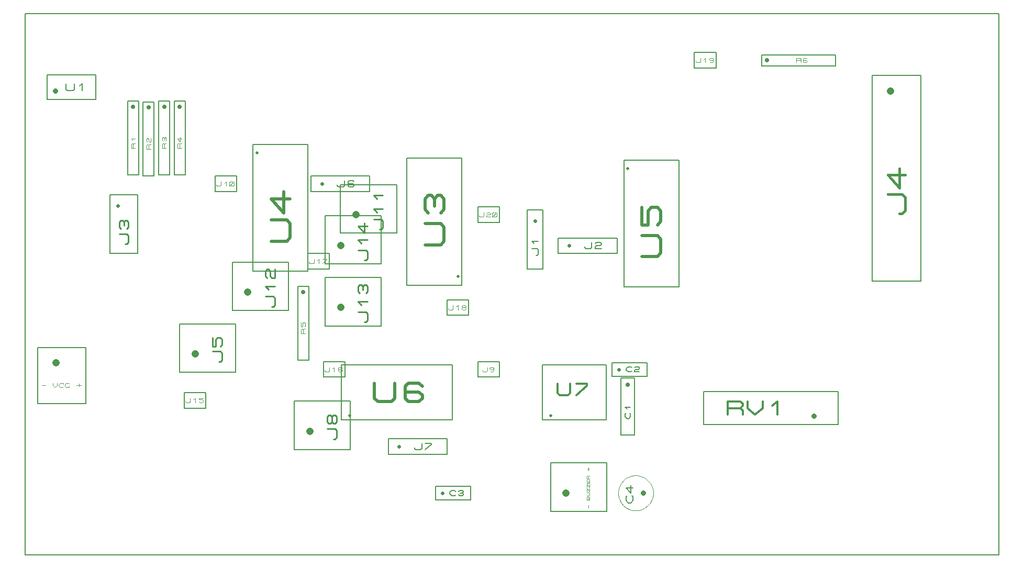
<source format=gbr>
G04 PROTEUS GERBER X2 FILE*
%TF.GenerationSoftware,Labcenter,Proteus,8.11-SP0-Build30052*%
%TF.CreationDate,2023-05-22T14:03:23+00:00*%
%TF.FileFunction,AssemblyDrawing,Top*%
%TF.FilePolarity,Positive*%
%TF.Part,Single*%
%TF.SameCoordinates,{9aae922a-4e75-4b79-837c-5e4d9500d0df}*%
%FSLAX45Y45*%
%MOMM*%
G01*
%TA.AperFunction,Profile*%
%ADD70C,0.203200*%
%TA.AperFunction,Material*%
%ADD71C,0.203200*%
%ADD31C,1.219200*%
%ADD32C,0.106680*%
%ADD33C,0.812800*%
%ADD34C,0.194730*%
%ADD21C,0.152400*%
%ADD35C,0.558800*%
%ADD36C,0.244780*%
%ADD37C,0.711200*%
%ADD38C,0.110230*%
%ADD20C,0.508000*%
%ADD39C,0.507080*%
%ADD40C,0.172460*%
%ADD41C,0.490380*%
%ADD42C,0.462270*%
%ADD43C,0.302420*%
%ADD44C,0.140000*%
%ADD45C,0.609600*%
%ADD46C,0.136450*%
%ADD47C,0.050800*%
%ADD48C,0.184240*%
%ADD49C,0.355600*%
%ADD50C,0.075050*%
%ADD51C,0.115140*%
%TD.AperFunction*%
D70*
X-15250000Y+4500000D02*
X+500000Y+4500000D01*
X+500000Y+13250000D01*
X-15250000Y+13250000D01*
X-15250000Y+4500000D01*
D71*
X-15047180Y+6945900D02*
X-14264860Y+6945900D01*
X-14264860Y+7855220D01*
X-15047180Y+7855220D01*
X-15047180Y+6945900D01*
D31*
X-14750000Y+7603760D02*
X-14750000Y+7603760D01*
D32*
X-14980061Y+7244350D02*
X-14920053Y+7244350D01*
X-14800038Y+7276354D02*
X-14800038Y+7244350D01*
X-14764034Y+7212346D01*
X-14728029Y+7244350D01*
X-14728029Y+7276354D01*
X-14632017Y+7223014D02*
X-14644019Y+7212346D01*
X-14680023Y+7212346D01*
X-14704026Y+7233682D01*
X-14704026Y+7255018D01*
X-14680023Y+7276354D01*
X-14644019Y+7276354D01*
X-14632017Y+7265686D01*
X-14536005Y+7223014D02*
X-14548007Y+7212346D01*
X-14584011Y+7212346D01*
X-14608014Y+7233682D01*
X-14608014Y+7255018D01*
X-14584011Y+7276354D01*
X-14548007Y+7276354D01*
X-14536005Y+7265686D01*
X-14415990Y+7244350D02*
X-14343981Y+7244350D01*
X-14379986Y+7265686D02*
X-14379986Y+7223014D01*
D71*
X-14891160Y+11862840D02*
X-14108840Y+11862840D01*
X-14108840Y+12264160D01*
X-14891160Y+12264160D01*
X-14891160Y+11862840D01*
D33*
X-14754000Y+12000000D02*
X-14754000Y+12000000D01*
D34*
X-14586359Y+12121920D02*
X-14586359Y+12024553D01*
X-14564452Y+12005080D01*
X-14476823Y+12005080D01*
X-14454915Y+12024553D01*
X-14454915Y+12121920D01*
X-14367286Y+12082973D02*
X-14323471Y+12121920D01*
X-14323471Y+12005080D01*
D21*
X-13426480Y+10324980D02*
X-13876060Y+10324980D01*
X-13876060Y+9375020D01*
X-13426480Y+9375020D01*
X-13426480Y+10324980D01*
X-13876060Y+10324980D01*
X-13876060Y+9375020D01*
X-13426480Y+9375020D01*
X-13426480Y+10324980D01*
D35*
X-13750000Y+10150000D02*
X-13750000Y+10150000D01*
D36*
X-13626792Y+9524428D02*
X-13602314Y+9524428D01*
X-13577836Y+9551965D01*
X-13577836Y+9662116D01*
X-13602314Y+9689654D01*
X-13724704Y+9689654D01*
X-13700226Y+9772267D02*
X-13724704Y+9799805D01*
X-13724704Y+9882418D01*
X-13700226Y+9909956D01*
X-13675748Y+9909956D01*
X-13651270Y+9882418D01*
X-13626792Y+9909956D01*
X-13602314Y+9909956D01*
X-13577836Y+9882418D01*
X-13577836Y+9799805D01*
X-13602314Y+9772267D01*
X-13651270Y+9827343D02*
X-13651270Y+9882418D01*
D71*
X-13588900Y+10645100D02*
X-13411100Y+10645100D01*
X-13411100Y+11838900D01*
X-13588900Y+11838900D01*
X-13588900Y+10645100D01*
D37*
X-13500000Y+11750000D02*
X-13500000Y+11750000D01*
D38*
X-13466929Y+11080558D02*
X-13533070Y+11080558D01*
X-13533070Y+11142565D01*
X-13522047Y+11154967D01*
X-13511023Y+11154967D01*
X-13500000Y+11142565D01*
X-13500000Y+11080558D01*
X-13500000Y+11142565D02*
X-13488976Y+11154967D01*
X-13466929Y+11154967D01*
X-13511023Y+11204573D02*
X-13533070Y+11229376D01*
X-13466929Y+11229376D01*
D71*
X-13338900Y+10629100D02*
X-13161100Y+10629100D01*
X-13161100Y+11822900D01*
X-13338900Y+11822900D01*
X-13338900Y+10629100D01*
D37*
X-13250000Y+11734000D02*
X-13250000Y+11734000D01*
D38*
X-13216929Y+11064558D02*
X-13283070Y+11064558D01*
X-13283070Y+11126565D01*
X-13272047Y+11138967D01*
X-13261023Y+11138967D01*
X-13250000Y+11126565D01*
X-13250000Y+11064558D01*
X-13250000Y+11126565D02*
X-13238976Y+11138967D01*
X-13216929Y+11138967D01*
X-13272047Y+11176171D02*
X-13283070Y+11188573D01*
X-13283070Y+11225777D01*
X-13272047Y+11238179D01*
X-13261023Y+11238179D01*
X-13250000Y+11225777D01*
X-13250000Y+11188573D01*
X-13238976Y+11176171D01*
X-13216929Y+11176171D01*
X-13216929Y+11238179D01*
D71*
X-13088900Y+10645100D02*
X-12911100Y+10645100D01*
X-12911100Y+11838900D01*
X-13088900Y+11838900D01*
X-13088900Y+10645100D01*
D37*
X-13000000Y+11750000D02*
X-13000000Y+11750000D01*
D38*
X-12966929Y+11080558D02*
X-13033070Y+11080558D01*
X-13033070Y+11142565D01*
X-13022047Y+11154967D01*
X-13011023Y+11154967D01*
X-13000000Y+11142565D01*
X-13000000Y+11080558D01*
X-13000000Y+11142565D02*
X-12988976Y+11154967D01*
X-12966929Y+11154967D01*
X-13022047Y+11192171D02*
X-13033070Y+11204573D01*
X-13033070Y+11241777D01*
X-13022047Y+11254179D01*
X-13011023Y+11254179D01*
X-13000000Y+11241777D01*
X-12988976Y+11254179D01*
X-12977952Y+11254179D01*
X-12966929Y+11241777D01*
X-12966929Y+11204573D01*
X-12977952Y+11192171D01*
X-13000000Y+11216974D02*
X-13000000Y+11241777D01*
D71*
X-12838900Y+10645100D02*
X-12661100Y+10645100D01*
X-12661100Y+11838900D01*
X-12838900Y+11838900D01*
X-12838900Y+10645100D01*
D37*
X-12750000Y+11750000D02*
X-12750000Y+11750000D01*
D38*
X-12716929Y+11080558D02*
X-12783070Y+11080558D01*
X-12783070Y+11142565D01*
X-12772047Y+11154967D01*
X-12761023Y+11154967D01*
X-12750000Y+11142565D01*
X-12750000Y+11080558D01*
X-12750000Y+11142565D02*
X-12738976Y+11154967D01*
X-12716929Y+11154967D01*
X-12738976Y+11254179D02*
X-12738976Y+11179770D01*
X-12783070Y+11229376D01*
X-12716929Y+11229376D01*
D71*
X-9075500Y+8862840D02*
X-8186500Y+8862840D01*
X-8186500Y+10915160D01*
X-9075500Y+10915160D01*
X-9075500Y+8862840D01*
D20*
X-8250000Y+9000000D02*
X-8250000Y+9000000D01*
D39*
X-8783126Y+9513904D02*
X-8529583Y+9513904D01*
X-8478875Y+9570951D01*
X-8478875Y+9799139D01*
X-8529583Y+9856186D01*
X-8783126Y+9856186D01*
X-8732417Y+10027327D02*
X-8783126Y+10084374D01*
X-8783126Y+10255515D01*
X-8732417Y+10312562D01*
X-8681709Y+10312562D01*
X-8631000Y+10255515D01*
X-8580292Y+10312562D01*
X-8529583Y+10312562D01*
X-8478875Y+10255515D01*
X-8478875Y+10084374D01*
X-8529583Y+10027327D01*
X-8631000Y+10141421D02*
X-8631000Y+10255515D01*
D21*
X-6874600Y+10074980D02*
X-7126060Y+10074980D01*
X-7126060Y+9125020D01*
X-6874600Y+9125020D01*
X-6874600Y+10074980D01*
X-7126060Y+10074980D01*
X-7126060Y+9125020D01*
X-6874600Y+9125020D01*
X-6874600Y+10074980D01*
D35*
X-7000000Y+9900000D02*
X-7000000Y+9900000D01*
D40*
X-6983083Y+9339511D02*
X-6965836Y+9339511D01*
X-6948590Y+9358913D01*
X-6948590Y+9436522D01*
X-6965836Y+9455925D01*
X-7052069Y+9455925D01*
X-7017576Y+9533534D02*
X-7052069Y+9572339D01*
X-6948590Y+9572339D01*
D71*
X-5563500Y+8834840D02*
X-4674500Y+8834840D01*
X-4674500Y+10887160D01*
X-5563500Y+10887160D01*
X-5563500Y+8834840D01*
D20*
X-5500000Y+10750000D02*
X-5500000Y+10750000D01*
D39*
X-5271126Y+9323344D02*
X-5017583Y+9323344D01*
X-4966875Y+9380391D01*
X-4966875Y+9608579D01*
X-5017583Y+9665626D01*
X-5271126Y+9665626D01*
X-5271126Y+10122002D02*
X-5271126Y+9836767D01*
X-5169709Y+9836767D01*
X-5169709Y+10064955D01*
X-5119000Y+10122002D01*
X-5017583Y+10122002D01*
X-4966875Y+10064955D01*
X-4966875Y+9893814D01*
X-5017583Y+9836767D01*
D21*
X-6624980Y+9625400D02*
X-6624980Y+9373940D01*
X-5675020Y+9373940D01*
X-5675020Y+9625400D01*
X-6624980Y+9625400D01*
X-6624980Y+9373940D01*
X-5675020Y+9373940D01*
X-5675020Y+9625400D01*
X-6624980Y+9625400D01*
D35*
X-6450000Y+9500000D02*
X-6450000Y+9500000D01*
D40*
X-6199949Y+9482423D02*
X-6199949Y+9465176D01*
X-6180547Y+9447930D01*
X-6102938Y+9447930D01*
X-6083535Y+9465176D01*
X-6083535Y+9551409D01*
X-6025328Y+9534163D02*
X-6005926Y+9551409D01*
X-5947719Y+9551409D01*
X-5928316Y+9534163D01*
X-5928316Y+9516916D01*
X-5947719Y+9499670D01*
X-6005926Y+9499670D01*
X-6025328Y+9482423D01*
X-6025328Y+9447930D01*
X-5928316Y+9447930D01*
D71*
X-10137160Y+6686500D02*
X-8338840Y+6686500D01*
X-8338840Y+7575500D01*
X-10137160Y+7575500D01*
X-10137160Y+6686500D01*
D20*
X-10000000Y+6750000D02*
X-10000000Y+6750000D01*
D41*
X-9598070Y+7278117D02*
X-9598070Y+7032922D01*
X-9542902Y+6983883D01*
X-9322227Y+6983883D01*
X-9267058Y+7032922D01*
X-9267058Y+7278117D01*
X-8825708Y+7229078D02*
X-8880877Y+7278117D01*
X-9046383Y+7278117D01*
X-9101552Y+7229078D01*
X-9101552Y+7032922D01*
X-9046383Y+6983883D01*
X-8880877Y+6983883D01*
X-8825708Y+7032922D01*
X-8825708Y+7081961D01*
X-8880877Y+7131000D01*
X-9101552Y+7131000D01*
D71*
X-11563500Y+9084840D02*
X-10674500Y+9084840D01*
X-10674500Y+11137160D01*
X-11563500Y+11137160D01*
X-11563500Y+9084840D01*
D20*
X-11500000Y+11000000D02*
X-11500000Y+11000000D01*
D39*
X-11271126Y+9573344D02*
X-11017583Y+9573344D01*
X-10966875Y+9630391D01*
X-10966875Y+9858579D01*
X-11017583Y+9915626D01*
X-11271126Y+9915626D01*
X-11068292Y+10372002D02*
X-11068292Y+10029720D01*
X-11271126Y+10257908D01*
X-10966875Y+10257908D01*
D71*
X-1547180Y+8929140D02*
X-764860Y+8929140D01*
X-764860Y+12251460D01*
X-1547180Y+12251460D01*
X-1547180Y+8929140D01*
D31*
X-1250000Y+12000000D02*
X-1250000Y+12000000D01*
D42*
X-1109792Y+10018039D02*
X-1063564Y+10018039D01*
X-1017336Y+10070045D01*
X-1017336Y+10278070D01*
X-1063564Y+10330077D01*
X-1294704Y+10330077D01*
X-1109792Y+10746128D02*
X-1109792Y+10434090D01*
X-1294704Y+10642115D01*
X-1017336Y+10642115D01*
D71*
X-3338900Y+12411100D02*
X-2145100Y+12411100D01*
X-2145100Y+12588900D01*
X-3338900Y+12588900D01*
X-3338900Y+12411100D01*
D37*
X-3250000Y+12500000D02*
X-3250000Y+12500000D01*
D38*
X-2778982Y+12466929D02*
X-2778982Y+12533070D01*
X-2716975Y+12533070D01*
X-2704573Y+12522047D01*
X-2704573Y+12511023D01*
X-2716975Y+12500000D01*
X-2778982Y+12500000D01*
X-2716975Y+12500000D02*
X-2704573Y+12488976D01*
X-2704573Y+12466929D01*
X-2605361Y+12522047D02*
X-2617763Y+12533070D01*
X-2654967Y+12533070D01*
X-2667369Y+12522047D01*
X-2667369Y+12477952D01*
X-2654967Y+12466929D01*
X-2617763Y+12466929D01*
X-2605361Y+12477952D01*
X-2605361Y+12488976D01*
X-2617763Y+12500000D01*
X-2667369Y+12500000D01*
D71*
X-6887160Y+6686500D02*
X-5850840Y+6686500D01*
X-5850840Y+7575500D01*
X-6887160Y+7575500D01*
X-6887160Y+6686500D01*
D20*
X-6750000Y+6750000D02*
X-6750000Y+6750000D01*
D43*
X-6641186Y+7266179D02*
X-6641186Y+7114964D01*
X-6607163Y+7084721D01*
X-6471070Y+7084721D01*
X-6437047Y+7114964D01*
X-6437047Y+7266179D01*
X-6334977Y+7266179D02*
X-6164861Y+7266179D01*
X-6164861Y+7235936D01*
X-6334977Y+7084721D01*
D71*
X-5610160Y+6439840D02*
X-5389840Y+6439840D01*
X-5389840Y+7360160D01*
X-5610160Y+7360160D01*
X-5610160Y+6439840D01*
D37*
X-5500000Y+7250000D02*
X-5500000Y+7250000D01*
D44*
X-5472000Y+6795640D02*
X-5458000Y+6779890D01*
X-5458000Y+6732640D01*
X-5486000Y+6701140D01*
X-5514000Y+6701140D01*
X-5542000Y+6732640D01*
X-5542000Y+6779890D01*
X-5528000Y+6795640D01*
X-5514000Y+6858640D02*
X-5542000Y+6890140D01*
X-5458000Y+6890140D01*
D71*
X-5760160Y+7389840D02*
X-5189840Y+7389840D01*
X-5189840Y+7610160D01*
X-5760160Y+7610160D01*
X-5760160Y+7389840D01*
D45*
X-5650000Y+7500000D02*
X-5650000Y+7500000D01*
D46*
X-5435382Y+7472709D02*
X-5450733Y+7459064D01*
X-5496786Y+7459064D01*
X-5527487Y+7486355D01*
X-5527487Y+7513645D01*
X-5496786Y+7540936D01*
X-5450733Y+7540936D01*
X-5435382Y+7527291D01*
X-5389330Y+7527291D02*
X-5373979Y+7540936D01*
X-5327926Y+7540936D01*
X-5312575Y+7527291D01*
X-5312575Y+7513645D01*
X-5327926Y+7500000D01*
X-5373979Y+7500000D01*
X-5389330Y+7486355D01*
X-5389330Y+7459064D01*
X-5312575Y+7459064D01*
D71*
X-8610160Y+5389840D02*
X-8039840Y+5389840D01*
X-8039840Y+5610160D01*
X-8610160Y+5610160D01*
X-8610160Y+5389840D01*
D45*
X-8500000Y+5500000D02*
X-8500000Y+5500000D01*
D46*
X-8285382Y+5472709D02*
X-8300733Y+5459064D01*
X-8346786Y+5459064D01*
X-8377487Y+5486355D01*
X-8377487Y+5513645D01*
X-8346786Y+5540936D01*
X-8300733Y+5540936D01*
X-8285382Y+5527291D01*
X-8239330Y+5527291D02*
X-8223979Y+5540936D01*
X-8177926Y+5540936D01*
X-8162575Y+5527291D01*
X-8162575Y+5513645D01*
X-8177926Y+5500000D01*
X-8162575Y+5486355D01*
X-8162575Y+5472709D01*
X-8177926Y+5459064D01*
X-8223979Y+5459064D01*
X-8239330Y+5472709D01*
X-8208628Y+5500000D02*
X-8177926Y+5500000D01*
D47*
X-5089940Y+5500000D02*
X-5090858Y+5522814D01*
X-5098311Y+5568443D01*
X-5113858Y+5614072D01*
X-5139100Y+5659701D01*
X-5177642Y+5705231D01*
X-5223271Y+5740727D01*
X-5268900Y+5763847D01*
X-5314529Y+5777700D01*
X-5360158Y+5783646D01*
X-5373920Y+5783980D01*
X-5657900Y+5500000D02*
X-5656982Y+5522814D01*
X-5649529Y+5568443D01*
X-5633982Y+5614072D01*
X-5608740Y+5659701D01*
X-5570198Y+5705231D01*
X-5524569Y+5740727D01*
X-5478940Y+5763847D01*
X-5433311Y+5777700D01*
X-5387682Y+5783646D01*
X-5373920Y+5783980D01*
X-5657900Y+5500000D02*
X-5656982Y+5477186D01*
X-5649529Y+5431557D01*
X-5633982Y+5385928D01*
X-5608740Y+5340299D01*
X-5570198Y+5294769D01*
X-5524569Y+5259273D01*
X-5478940Y+5236153D01*
X-5433311Y+5222300D01*
X-5387682Y+5216354D01*
X-5373920Y+5216020D01*
X-5089940Y+5500000D02*
X-5090858Y+5477186D01*
X-5098311Y+5431557D01*
X-5113858Y+5385928D01*
X-5139100Y+5340299D01*
X-5177642Y+5294769D01*
X-5223271Y+5259273D01*
X-5268900Y+5236153D01*
X-5314529Y+5222300D01*
X-5360158Y+5216354D01*
X-5373920Y+5216020D01*
D33*
X-5246000Y+5500000D02*
X-5246000Y+5500000D01*
D48*
X-5436692Y+5458546D02*
X-5418268Y+5437819D01*
X-5418268Y+5375638D01*
X-5455116Y+5334184D01*
X-5491964Y+5334184D01*
X-5528812Y+5375638D01*
X-5528812Y+5437819D01*
X-5510388Y+5458546D01*
X-5455116Y+5624362D02*
X-5455116Y+5500000D01*
X-5528812Y+5582908D01*
X-5418268Y+5582908D01*
D71*
X-10838900Y+7645100D02*
X-10661100Y+7645100D01*
X-10661100Y+8838900D01*
X-10838900Y+8838900D01*
X-10838900Y+7645100D01*
D37*
X-10750000Y+8750000D02*
X-10750000Y+8750000D01*
D38*
X-10716929Y+8080558D02*
X-10783070Y+8080558D01*
X-10783070Y+8142565D01*
X-10772047Y+8154967D01*
X-10761023Y+8154967D01*
X-10750000Y+8142565D01*
X-10750000Y+8080558D01*
X-10750000Y+8142565D02*
X-10738976Y+8154967D01*
X-10716929Y+8154967D01*
X-10783070Y+8254179D02*
X-10783070Y+8192171D01*
X-10761023Y+8192171D01*
X-10761023Y+8241777D01*
X-10750000Y+8254179D01*
X-10727952Y+8254179D01*
X-10716929Y+8241777D01*
X-10716929Y+8204573D01*
X-10727952Y+8192171D01*
D71*
X-4276160Y+6608840D02*
X-2096840Y+6608840D01*
X-2096840Y+7137160D01*
X-4276160Y+7137160D01*
X-4276160Y+6608840D01*
D33*
X-2488000Y+6746000D02*
X-2488000Y+6746000D01*
D49*
X-3882460Y+6766320D02*
X-3882460Y+6979680D01*
X-3682435Y+6979680D01*
X-3642430Y+6944120D01*
X-3642430Y+6908560D01*
X-3682435Y+6873000D01*
X-3882460Y+6873000D01*
X-3682435Y+6873000D02*
X-3642430Y+6837440D01*
X-3642430Y+6766320D01*
X-3562420Y+6979680D02*
X-3562420Y+6873000D01*
X-3442405Y+6766320D01*
X-3322390Y+6873000D01*
X-3322390Y+6979680D01*
X-3162370Y+6908560D02*
X-3082360Y+6979680D01*
X-3082360Y+6766320D01*
D71*
X-6751460Y+5202820D02*
X-5842140Y+5202820D01*
X-5842140Y+5985140D01*
X-6751460Y+5985140D01*
X-6751460Y+5202820D01*
D31*
X-6500000Y+5500000D02*
X-6500000Y+5500000D01*
D50*
X-6140590Y+5264668D02*
X-6140590Y+5306888D01*
X-6118073Y+5391327D02*
X-6163107Y+5391327D01*
X-6163107Y+5433546D01*
X-6155601Y+5441990D01*
X-6148096Y+5441990D01*
X-6140590Y+5433546D01*
X-6133084Y+5441990D01*
X-6125579Y+5441990D01*
X-6118073Y+5433546D01*
X-6118073Y+5391327D01*
X-6140590Y+5391327D02*
X-6140590Y+5433546D01*
X-6163107Y+5458878D02*
X-6125579Y+5458878D01*
X-6118073Y+5467321D01*
X-6118073Y+5501097D01*
X-6125579Y+5509541D01*
X-6163107Y+5509541D01*
X-6163107Y+5526429D02*
X-6163107Y+5577092D01*
X-6118073Y+5526429D01*
X-6118073Y+5577092D01*
X-6163107Y+5593980D02*
X-6163107Y+5644643D01*
X-6118073Y+5593980D01*
X-6118073Y+5644643D01*
X-6118073Y+5712194D02*
X-6118073Y+5661531D01*
X-6163107Y+5661531D01*
X-6163107Y+5712194D01*
X-6140590Y+5661531D02*
X-6140590Y+5695306D01*
X-6118073Y+5729082D02*
X-6163107Y+5729082D01*
X-6163107Y+5771301D01*
X-6155601Y+5779745D01*
X-6148096Y+5779745D01*
X-6140590Y+5771301D01*
X-6140590Y+5729082D01*
X-6140590Y+5771301D02*
X-6133084Y+5779745D01*
X-6118073Y+5779745D01*
X-6140590Y+5864184D02*
X-6140590Y+5914847D01*
X-6155601Y+5889515D02*
X-6125579Y+5889515D01*
D71*
X-12751460Y+7452820D02*
X-11842140Y+7452820D01*
X-11842140Y+8235140D01*
X-12751460Y+8235140D01*
X-12751460Y+7452820D01*
D31*
X-12500000Y+7750000D02*
X-12500000Y+7750000D01*
D36*
X-12116104Y+7623610D02*
X-12091618Y+7623610D01*
X-12067133Y+7651156D01*
X-12067133Y+7761341D01*
X-12091618Y+7788887D01*
X-12214046Y+7788887D01*
X-12214046Y+8009257D02*
X-12214046Y+7871526D01*
X-12165075Y+7871526D01*
X-12165075Y+7981711D01*
X-12140590Y+8009257D01*
X-12091618Y+8009257D01*
X-12067133Y+7981711D01*
X-12067133Y+7899072D01*
X-12091618Y+7871526D01*
D21*
X-10624980Y+10625400D02*
X-10624980Y+10373940D01*
X-9675020Y+10373940D01*
X-9675020Y+10625400D01*
X-10624980Y+10625400D01*
X-10624980Y+10373940D01*
X-9675020Y+10373940D01*
X-9675020Y+10625400D01*
X-10624980Y+10625400D01*
D35*
X-10450000Y+10500000D02*
X-10450000Y+10500000D01*
D40*
X-10199949Y+10482423D02*
X-10199949Y+10465176D01*
X-10180547Y+10447930D01*
X-10102938Y+10447930D01*
X-10083535Y+10465176D01*
X-10083535Y+10551409D01*
X-9928316Y+10534163D02*
X-9947719Y+10551409D01*
X-10005926Y+10551409D01*
X-10025328Y+10534163D01*
X-10025328Y+10465176D01*
X-10005926Y+10447930D01*
X-9947719Y+10447930D01*
X-9928316Y+10465176D01*
X-9928316Y+10482423D01*
X-9947719Y+10499670D01*
X-10025328Y+10499670D01*
D21*
X-9374980Y+6375400D02*
X-9374980Y+6123940D01*
X-8425020Y+6123940D01*
X-8425020Y+6375400D01*
X-9374980Y+6375400D01*
X-9374980Y+6123940D01*
X-8425020Y+6123940D01*
X-8425020Y+6375400D01*
X-9374980Y+6375400D01*
D35*
X-9200000Y+6250000D02*
X-9200000Y+6250000D01*
D40*
X-8949949Y+6232423D02*
X-8949949Y+6215176D01*
X-8930547Y+6197930D01*
X-8852938Y+6197930D01*
X-8833535Y+6215176D01*
X-8833535Y+6301409D01*
X-8775328Y+6301409D02*
X-8678316Y+6301409D01*
X-8678316Y+6284163D01*
X-8775328Y+6197930D01*
D71*
X-10897700Y+6202820D02*
X-9988380Y+6202820D01*
X-9988380Y+6985140D01*
X-10897700Y+6985140D01*
X-10897700Y+6202820D01*
D31*
X-10646240Y+6500000D02*
X-10646240Y+6500000D01*
D36*
X-10262344Y+6373610D02*
X-10237858Y+6373610D01*
X-10213373Y+6401156D01*
X-10213373Y+6511341D01*
X-10237858Y+6538887D01*
X-10360286Y+6538887D01*
X-10286830Y+6649072D02*
X-10311315Y+6621526D01*
X-10335801Y+6621526D01*
X-10360286Y+6649072D01*
X-10360286Y+6731711D01*
X-10335801Y+6759257D01*
X-10311315Y+6759257D01*
X-10286830Y+6731711D01*
X-10286830Y+6649072D01*
X-10262344Y+6621526D01*
X-10237858Y+6621526D01*
X-10213373Y+6649072D01*
X-10213373Y+6731711D01*
X-10237858Y+6759257D01*
X-10262344Y+6759257D01*
X-10286830Y+6731711D01*
D21*
X-7925260Y+7625400D02*
X-7925260Y+7373940D01*
X-7574740Y+7373940D01*
X-7574740Y+7625400D01*
X-7925260Y+7625400D01*
X-7925260Y+7373940D01*
X-7574740Y+7373940D01*
X-7574740Y+7625400D01*
X-7925260Y+7625400D01*
D51*
X-7853631Y+7488155D02*
X-7853631Y+7476640D01*
X-7840678Y+7465126D01*
X-7788862Y+7465126D01*
X-7775908Y+7476640D01*
X-7775908Y+7534213D01*
X-7672277Y+7511184D02*
X-7685231Y+7499670D01*
X-7724093Y+7499670D01*
X-7737047Y+7511184D01*
X-7737047Y+7522699D01*
X-7724093Y+7534213D01*
X-7685231Y+7534213D01*
X-7672277Y+7522699D01*
X-7672277Y+7476640D01*
X-7685231Y+7465126D01*
X-7724093Y+7465126D01*
D21*
X-12175260Y+10625400D02*
X-12175260Y+10373940D01*
X-11824740Y+10373940D01*
X-11824740Y+10625400D01*
X-12175260Y+10625400D01*
X-12175260Y+10373940D01*
X-11824740Y+10373940D01*
X-11824740Y+10625400D01*
X-12175260Y+10625400D01*
D51*
X-12155446Y+10488155D02*
X-12155446Y+10476640D01*
X-12142493Y+10465126D01*
X-12090677Y+10465126D01*
X-12077723Y+10476640D01*
X-12077723Y+10534213D01*
X-12025908Y+10511184D02*
X-12000000Y+10534213D01*
X-12000000Y+10465126D01*
X-11948184Y+10476640D02*
X-11948184Y+10522699D01*
X-11935231Y+10534213D01*
X-11883415Y+10534213D01*
X-11870461Y+10522699D01*
X-11870461Y+10476640D01*
X-11883415Y+10465126D01*
X-11935231Y+10465126D01*
X-11948184Y+10476640D01*
X-11948184Y+10465126D02*
X-11870461Y+10534213D01*
D71*
X-10147700Y+9702820D02*
X-9238380Y+9702820D01*
X-9238380Y+10485140D01*
X-10147700Y+10485140D01*
X-10147700Y+9702820D01*
D31*
X-9896240Y+10000000D02*
X-9896240Y+10000000D01*
D36*
X-9512344Y+9763425D02*
X-9487858Y+9763425D01*
X-9463373Y+9790971D01*
X-9463373Y+9901156D01*
X-9487858Y+9928702D01*
X-9610286Y+9928702D01*
X-9561315Y+10038887D02*
X-9610286Y+10093980D01*
X-9463373Y+10093980D01*
X-9561315Y+10259257D02*
X-9610286Y+10314350D01*
X-9463373Y+10314350D01*
D71*
X-11897700Y+8452820D02*
X-10988380Y+8452820D01*
X-10988380Y+9235140D01*
X-11897700Y+9235140D01*
X-11897700Y+8452820D01*
D31*
X-11646240Y+8750000D02*
X-11646240Y+8750000D01*
D36*
X-11262344Y+8513425D02*
X-11237858Y+8513425D01*
X-11213373Y+8540971D01*
X-11213373Y+8651156D01*
X-11237858Y+8678702D01*
X-11360286Y+8678702D01*
X-11311315Y+8788887D02*
X-11360286Y+8843980D01*
X-11213373Y+8843980D01*
X-11335801Y+8981711D02*
X-11360286Y+9009257D01*
X-11360286Y+9091896D01*
X-11335801Y+9119442D01*
X-11311315Y+9119442D01*
X-11286830Y+9091896D01*
X-11286830Y+9009257D01*
X-11262344Y+8981711D01*
X-11213373Y+8981711D01*
X-11213373Y+9119442D01*
D71*
X-10397700Y+9202820D02*
X-9488380Y+9202820D01*
X-9488380Y+9985140D01*
X-10397700Y+9985140D01*
X-10397700Y+9202820D01*
D31*
X-10146240Y+9500000D02*
X-10146240Y+9500000D01*
D36*
X-9762344Y+9263425D02*
X-9737858Y+9263425D01*
X-9713373Y+9290971D01*
X-9713373Y+9401156D01*
X-9737858Y+9428702D01*
X-9860286Y+9428702D01*
X-9811315Y+9538887D02*
X-9860286Y+9593980D01*
X-9713373Y+9593980D01*
X-9762344Y+9869442D02*
X-9762344Y+9704165D01*
X-9860286Y+9814350D01*
X-9713373Y+9814350D01*
D71*
X-10397700Y+8202820D02*
X-9488380Y+8202820D01*
X-9488380Y+8985140D01*
X-10397700Y+8985140D01*
X-10397700Y+8202820D01*
D31*
X-10146240Y+8500000D02*
X-10146240Y+8500000D01*
D36*
X-9762344Y+8263425D02*
X-9737858Y+8263425D01*
X-9713373Y+8290971D01*
X-9713373Y+8401156D01*
X-9737858Y+8428702D01*
X-9860286Y+8428702D01*
X-9811315Y+8538887D02*
X-9860286Y+8593980D01*
X-9713373Y+8593980D01*
X-9835801Y+8731711D02*
X-9860286Y+8759257D01*
X-9860286Y+8841896D01*
X-9835801Y+8869442D01*
X-9811315Y+8869442D01*
X-9786830Y+8841896D01*
X-9762344Y+8869442D01*
X-9737858Y+8869442D01*
X-9713373Y+8841896D01*
X-9713373Y+8759257D01*
X-9737858Y+8731711D01*
X-9786830Y+8786803D02*
X-9786830Y+8841896D01*
D21*
X-12675260Y+7125400D02*
X-12675260Y+6873940D01*
X-12324740Y+6873940D01*
X-12324740Y+7125400D01*
X-12675260Y+7125400D01*
X-12675260Y+6873940D01*
X-12324740Y+6873940D01*
X-12324740Y+7125400D01*
X-12675260Y+7125400D01*
D51*
X-12655446Y+6988155D02*
X-12655446Y+6976640D01*
X-12642493Y+6965126D01*
X-12590677Y+6965126D01*
X-12577723Y+6976640D01*
X-12577723Y+7034213D01*
X-12525908Y+7011184D02*
X-12500000Y+7034213D01*
X-12500000Y+6965126D01*
X-12370461Y+7034213D02*
X-12435231Y+7034213D01*
X-12435231Y+7011184D01*
X-12383415Y+7011184D01*
X-12370461Y+6999670D01*
X-12370461Y+6976640D01*
X-12383415Y+6965126D01*
X-12422277Y+6965126D01*
X-12435231Y+6976640D01*
D21*
X-10425260Y+7625400D02*
X-10425260Y+7373940D01*
X-10074740Y+7373940D01*
X-10074740Y+7625400D01*
X-10425260Y+7625400D01*
X-10425260Y+7373940D01*
X-10074740Y+7373940D01*
X-10074740Y+7625400D01*
X-10425260Y+7625400D01*
D51*
X-10405446Y+7488155D02*
X-10405446Y+7476640D01*
X-10392493Y+7465126D01*
X-10340677Y+7465126D01*
X-10327723Y+7476640D01*
X-10327723Y+7534213D01*
X-10275908Y+7511184D02*
X-10250000Y+7534213D01*
X-10250000Y+7465126D01*
X-10120461Y+7522699D02*
X-10133415Y+7534213D01*
X-10172277Y+7534213D01*
X-10185231Y+7522699D01*
X-10185231Y+7476640D01*
X-10172277Y+7465126D01*
X-10133415Y+7465126D01*
X-10120461Y+7476640D01*
X-10120461Y+7488155D01*
X-10133415Y+7499670D01*
X-10185231Y+7499670D01*
D21*
X-10675260Y+9375400D02*
X-10675260Y+9123940D01*
X-10324740Y+9123940D01*
X-10324740Y+9375400D01*
X-10675260Y+9375400D01*
X-10675260Y+9123940D01*
X-10324740Y+9123940D01*
X-10324740Y+9375400D01*
X-10675260Y+9375400D01*
D51*
X-10655446Y+9238155D02*
X-10655446Y+9226640D01*
X-10642493Y+9215126D01*
X-10590677Y+9215126D01*
X-10577723Y+9226640D01*
X-10577723Y+9284213D01*
X-10525908Y+9261184D02*
X-10500000Y+9284213D01*
X-10500000Y+9215126D01*
X-10435231Y+9284213D02*
X-10370461Y+9284213D01*
X-10370461Y+9272699D01*
X-10435231Y+9215126D01*
D21*
X-8425260Y+8625400D02*
X-8425260Y+8373940D01*
X-8074740Y+8373940D01*
X-8074740Y+8625400D01*
X-8425260Y+8625400D01*
X-8425260Y+8373940D01*
X-8074740Y+8373940D01*
X-8074740Y+8625400D01*
X-8425260Y+8625400D01*
D51*
X-8405446Y+8488155D02*
X-8405446Y+8476640D01*
X-8392493Y+8465126D01*
X-8340677Y+8465126D01*
X-8327723Y+8476640D01*
X-8327723Y+8534213D01*
X-8275908Y+8511184D02*
X-8250000Y+8534213D01*
X-8250000Y+8465126D01*
X-8172277Y+8499670D02*
X-8185231Y+8511184D01*
X-8185231Y+8522699D01*
X-8172277Y+8534213D01*
X-8133415Y+8534213D01*
X-8120461Y+8522699D01*
X-8120461Y+8511184D01*
X-8133415Y+8499670D01*
X-8172277Y+8499670D01*
X-8185231Y+8488155D01*
X-8185231Y+8476640D01*
X-8172277Y+8465126D01*
X-8133415Y+8465126D01*
X-8120461Y+8476640D01*
X-8120461Y+8488155D01*
X-8133415Y+8499670D01*
D21*
X-4425260Y+12625400D02*
X-4425260Y+12373940D01*
X-4074740Y+12373940D01*
X-4074740Y+12625400D01*
X-4425260Y+12625400D01*
X-4425260Y+12373940D01*
X-4074740Y+12373940D01*
X-4074740Y+12625400D01*
X-4425260Y+12625400D01*
D51*
X-4405446Y+12488155D02*
X-4405446Y+12476640D01*
X-4392493Y+12465126D01*
X-4340677Y+12465126D01*
X-4327723Y+12476640D01*
X-4327723Y+12534213D01*
X-4275908Y+12511184D02*
X-4250000Y+12534213D01*
X-4250000Y+12465126D01*
X-4120461Y+12511184D02*
X-4133415Y+12499670D01*
X-4172277Y+12499670D01*
X-4185231Y+12511184D01*
X-4185231Y+12522699D01*
X-4172277Y+12534213D01*
X-4133415Y+12534213D01*
X-4120461Y+12522699D01*
X-4120461Y+12476640D01*
X-4133415Y+12465126D01*
X-4172277Y+12465126D01*
D21*
X-7925260Y+10125400D02*
X-7925260Y+9873940D01*
X-7574740Y+9873940D01*
X-7574740Y+10125400D01*
X-7925260Y+10125400D01*
X-7925260Y+9873940D01*
X-7574740Y+9873940D01*
X-7574740Y+10125400D01*
X-7925260Y+10125400D01*
D51*
X-7905446Y+9988155D02*
X-7905446Y+9976640D01*
X-7892493Y+9965126D01*
X-7840677Y+9965126D01*
X-7827723Y+9976640D01*
X-7827723Y+10034213D01*
X-7788862Y+10022699D02*
X-7775908Y+10034213D01*
X-7737046Y+10034213D01*
X-7724092Y+10022699D01*
X-7724092Y+10011184D01*
X-7737046Y+9999670D01*
X-7775908Y+9999670D01*
X-7788862Y+9988155D01*
X-7788862Y+9965126D01*
X-7724092Y+9965126D01*
X-7698184Y+9976640D02*
X-7698184Y+10022699D01*
X-7685231Y+10034213D01*
X-7633415Y+10034213D01*
X-7620461Y+10022699D01*
X-7620461Y+9976640D01*
X-7633415Y+9965126D01*
X-7685231Y+9965126D01*
X-7698184Y+9976640D01*
X-7698184Y+9965126D02*
X-7620461Y+10034213D01*
M02*

</source>
